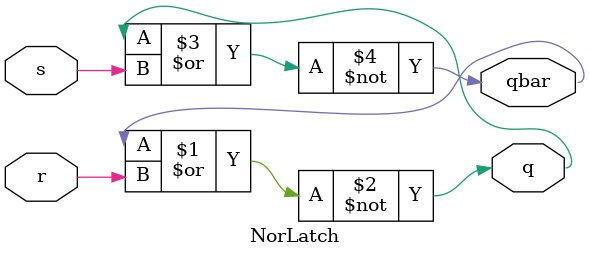
<source format=v>

module NorLatch(s,r,q,qbar);
input s,r;
output q,qbar;
nor n1 (q,qbar,r);
nor n2 (qbar,q,s);
endmodule

</source>
